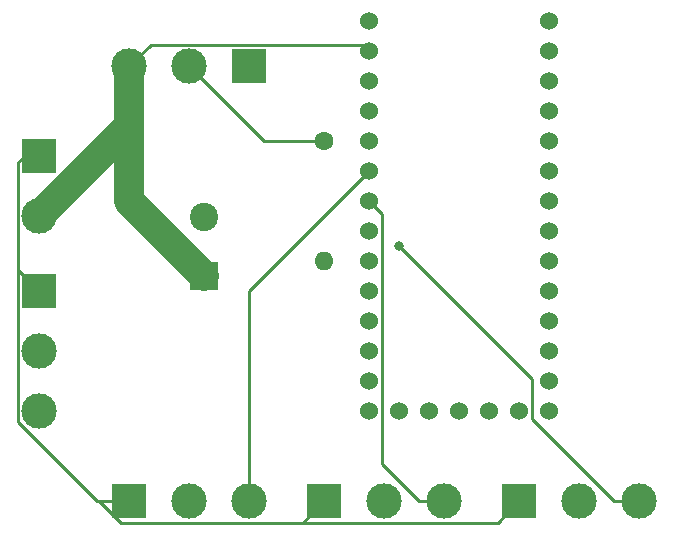
<source format=gbr>
G04 #@! TF.GenerationSoftware,KiCad,Pcbnew,(5.1.9)-1*
G04 #@! TF.CreationDate,2021-02-19T15:38:56-08:00*
G04 #@! TF.ProjectId,desklamp,6465736b-6c61-46d7-902e-6b696361645f,rev?*
G04 #@! TF.SameCoordinates,Original*
G04 #@! TF.FileFunction,Copper,L1,Top*
G04 #@! TF.FilePolarity,Positive*
%FSLAX46Y46*%
G04 Gerber Fmt 4.6, Leading zero omitted, Abs format (unit mm)*
G04 Created by KiCad (PCBNEW (5.1.9)-1) date 2021-02-19 15:38:56*
%MOMM*%
%LPD*%
G01*
G04 APERTURE LIST*
G04 #@! TA.AperFunction,ComponentPad*
%ADD10R,3.000000X3.000000*%
G04 #@! TD*
G04 #@! TA.AperFunction,ComponentPad*
%ADD11C,3.000000*%
G04 #@! TD*
G04 #@! TA.AperFunction,ComponentPad*
%ADD12R,2.400000X2.400000*%
G04 #@! TD*
G04 #@! TA.AperFunction,ComponentPad*
%ADD13C,2.400000*%
G04 #@! TD*
G04 #@! TA.AperFunction,ComponentPad*
%ADD14C,1.600000*%
G04 #@! TD*
G04 #@! TA.AperFunction,ComponentPad*
%ADD15O,1.600000X1.600000*%
G04 #@! TD*
G04 #@! TA.AperFunction,ComponentPad*
%ADD16C,1.524000*%
G04 #@! TD*
G04 #@! TA.AperFunction,ViaPad*
%ADD17C,0.800000*%
G04 #@! TD*
G04 #@! TA.AperFunction,Conductor*
%ADD18C,2.500000*%
G04 #@! TD*
G04 #@! TA.AperFunction,Conductor*
%ADD19C,0.250000*%
G04 #@! TD*
G04 APERTURE END LIST*
D10*
X154940000Y-81280000D03*
D11*
X154940000Y-86360000D03*
D12*
X168910000Y-91440000D03*
D13*
X168910000Y-86440000D03*
D10*
X172720000Y-73660000D03*
D11*
X167640000Y-73660000D03*
X162560000Y-73660000D03*
D10*
X179070000Y-110490000D03*
D11*
X184150000Y-110490000D03*
X189230000Y-110490000D03*
D14*
X179070000Y-80010000D03*
D15*
X179070000Y-90170000D03*
D10*
X154940000Y-92710000D03*
D11*
X154940000Y-97790000D03*
X154940000Y-102870000D03*
X205740000Y-110490000D03*
X200660000Y-110490000D03*
D10*
X195580000Y-110490000D03*
D11*
X172720000Y-110490000D03*
X167640000Y-110490000D03*
D10*
X162560000Y-110490000D03*
D16*
X182880000Y-69850000D03*
X182880000Y-72390000D03*
X182880000Y-74930000D03*
X182880000Y-77470000D03*
X182880000Y-80010000D03*
X182880000Y-82550000D03*
X182880000Y-85090000D03*
X182880000Y-87630000D03*
X182880000Y-90170000D03*
X182880000Y-92710000D03*
X182880000Y-95250000D03*
X182880000Y-97790000D03*
X182880000Y-100330000D03*
X182880000Y-102870000D03*
X185420000Y-102870000D03*
X187960000Y-102870000D03*
X190500000Y-102870000D03*
X193040000Y-102870000D03*
X195580000Y-102870000D03*
X198120000Y-102870000D03*
X198120000Y-100330000D03*
X198120000Y-97790000D03*
X198120000Y-95250000D03*
X198120000Y-92710000D03*
X198120000Y-90170000D03*
X198120000Y-87630000D03*
X198120000Y-85090000D03*
X198120000Y-82550000D03*
X198120000Y-80010000D03*
X198120000Y-77470000D03*
X198120000Y-74930000D03*
X198120000Y-72390000D03*
X198120000Y-69850000D03*
D17*
X185420000Y-88900000D03*
D18*
X162560000Y-78740000D02*
X162560000Y-73660000D01*
X154940000Y-86360000D02*
X162560000Y-78740000D01*
X162560000Y-85090000D02*
X168910000Y-91440000D01*
X162560000Y-78740000D02*
X162560000Y-85090000D01*
D19*
X182324999Y-71834999D02*
X182880000Y-72390000D01*
X164385001Y-71834999D02*
X182324999Y-71834999D01*
X162560000Y-73660000D02*
X164385001Y-71834999D01*
X173990000Y-80010000D02*
X179070000Y-80010000D01*
X167640000Y-73660000D02*
X173990000Y-80010000D01*
X154940000Y-81280000D02*
X153670000Y-81280000D01*
X153114999Y-90884999D02*
X154940000Y-92710000D01*
X153114999Y-81835001D02*
X153114999Y-90884999D01*
X153670000Y-81280000D02*
X153114999Y-81835001D01*
X153114999Y-103746001D02*
X159858998Y-110490000D01*
X153114999Y-90884999D02*
X153114999Y-103746001D01*
X177244999Y-112315001D02*
X179070000Y-110490000D01*
X160020000Y-110490000D02*
X161845001Y-112315001D01*
X159858998Y-110490000D02*
X160020000Y-110490000D01*
X161845001Y-112315001D02*
X177244999Y-112315001D01*
X160020000Y-110490000D02*
X162560000Y-110490000D01*
X193754999Y-112315001D02*
X195580000Y-110490000D01*
X177244999Y-112315001D02*
X193754999Y-112315001D01*
X172720000Y-92710000D02*
X182880000Y-82550000D01*
X172720000Y-110490000D02*
X172720000Y-92710000D01*
X183967001Y-107348321D02*
X183967001Y-86177001D01*
X187108680Y-110490000D02*
X183967001Y-107348321D01*
X183967001Y-86177001D02*
X182880000Y-85090000D01*
X189230000Y-110490000D02*
X187108680Y-110490000D01*
X196667001Y-103538321D02*
X196667001Y-100147001D01*
X203618680Y-110490000D02*
X196667001Y-103538321D01*
X205740000Y-110490000D02*
X203618680Y-110490000D01*
X196667001Y-100147001D02*
X185420000Y-88900000D01*
X185420000Y-88900000D02*
X185420000Y-88900000D01*
M02*

</source>
